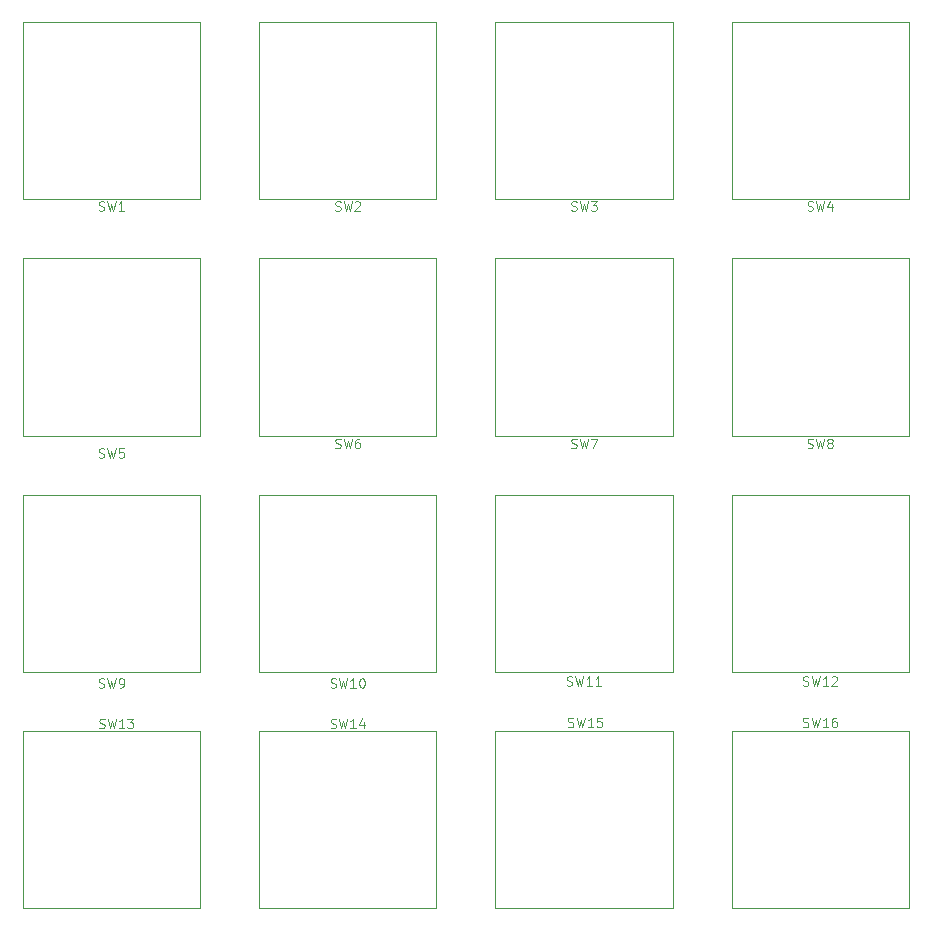
<source format=gbr>
%TF.GenerationSoftware,KiCad,Pcbnew,7.0.8-7.0.8~ubuntu22.04.1*%
%TF.CreationDate,2023-10-30T19:30:09-07:00*%
%TF.ProjectId,buttons,62757474-6f6e-4732-9e6b-696361645f70,rev?*%
%TF.SameCoordinates,Original*%
%TF.FileFunction,Legend,Top*%
%TF.FilePolarity,Positive*%
%FSLAX46Y46*%
G04 Gerber Fmt 4.6, Leading zero omitted, Abs format (unit mm)*
G04 Created by KiCad (PCBNEW 7.0.8-7.0.8~ubuntu22.04.1) date 2023-10-30 19:30:09*
%MOMM*%
%LPD*%
G01*
G04 APERTURE LIST*
%ADD10C,0.100000*%
%ADD11C,0.120000*%
G04 APERTURE END LIST*
D10*
X118933332Y-118792800D02*
X119047618Y-118830895D01*
X119047618Y-118830895D02*
X119238094Y-118830895D01*
X119238094Y-118830895D02*
X119314285Y-118792800D01*
X119314285Y-118792800D02*
X119352380Y-118754704D01*
X119352380Y-118754704D02*
X119390475Y-118678514D01*
X119390475Y-118678514D02*
X119390475Y-118602323D01*
X119390475Y-118602323D02*
X119352380Y-118526133D01*
X119352380Y-118526133D02*
X119314285Y-118488038D01*
X119314285Y-118488038D02*
X119238094Y-118449942D01*
X119238094Y-118449942D02*
X119085713Y-118411847D01*
X119085713Y-118411847D02*
X119009523Y-118373752D01*
X119009523Y-118373752D02*
X118971428Y-118335657D01*
X118971428Y-118335657D02*
X118933332Y-118259466D01*
X118933332Y-118259466D02*
X118933332Y-118183276D01*
X118933332Y-118183276D02*
X118971428Y-118107085D01*
X118971428Y-118107085D02*
X119009523Y-118068990D01*
X119009523Y-118068990D02*
X119085713Y-118030895D01*
X119085713Y-118030895D02*
X119276190Y-118030895D01*
X119276190Y-118030895D02*
X119390475Y-118068990D01*
X119657142Y-118030895D02*
X119847618Y-118830895D01*
X119847618Y-118830895D02*
X119999999Y-118259466D01*
X119999999Y-118259466D02*
X120152380Y-118830895D01*
X120152380Y-118830895D02*
X120342857Y-118030895D01*
X120685714Y-118830895D02*
X120838095Y-118830895D01*
X120838095Y-118830895D02*
X120914285Y-118792800D01*
X120914285Y-118792800D02*
X120952381Y-118754704D01*
X120952381Y-118754704D02*
X121028571Y-118640419D01*
X121028571Y-118640419D02*
X121066666Y-118488038D01*
X121066666Y-118488038D02*
X121066666Y-118183276D01*
X121066666Y-118183276D02*
X121028571Y-118107085D01*
X121028571Y-118107085D02*
X120990476Y-118068990D01*
X120990476Y-118068990D02*
X120914285Y-118030895D01*
X120914285Y-118030895D02*
X120761904Y-118030895D01*
X120761904Y-118030895D02*
X120685714Y-118068990D01*
X120685714Y-118068990D02*
X120647619Y-118107085D01*
X120647619Y-118107085D02*
X120609523Y-118183276D01*
X120609523Y-118183276D02*
X120609523Y-118373752D01*
X120609523Y-118373752D02*
X120647619Y-118449942D01*
X120647619Y-118449942D02*
X120685714Y-118488038D01*
X120685714Y-118488038D02*
X120761904Y-118526133D01*
X120761904Y-118526133D02*
X120914285Y-118526133D01*
X120914285Y-118526133D02*
X120990476Y-118488038D01*
X120990476Y-118488038D02*
X121028571Y-118449942D01*
X121028571Y-118449942D02*
X121066666Y-118373752D01*
X158652380Y-122126800D02*
X158766666Y-122164895D01*
X158766666Y-122164895D02*
X158957142Y-122164895D01*
X158957142Y-122164895D02*
X159033333Y-122126800D01*
X159033333Y-122126800D02*
X159071428Y-122088704D01*
X159071428Y-122088704D02*
X159109523Y-122012514D01*
X159109523Y-122012514D02*
X159109523Y-121936323D01*
X159109523Y-121936323D02*
X159071428Y-121860133D01*
X159071428Y-121860133D02*
X159033333Y-121822038D01*
X159033333Y-121822038D02*
X158957142Y-121783942D01*
X158957142Y-121783942D02*
X158804761Y-121745847D01*
X158804761Y-121745847D02*
X158728571Y-121707752D01*
X158728571Y-121707752D02*
X158690476Y-121669657D01*
X158690476Y-121669657D02*
X158652380Y-121593466D01*
X158652380Y-121593466D02*
X158652380Y-121517276D01*
X158652380Y-121517276D02*
X158690476Y-121441085D01*
X158690476Y-121441085D02*
X158728571Y-121402990D01*
X158728571Y-121402990D02*
X158804761Y-121364895D01*
X158804761Y-121364895D02*
X158995238Y-121364895D01*
X158995238Y-121364895D02*
X159109523Y-121402990D01*
X159376190Y-121364895D02*
X159566666Y-122164895D01*
X159566666Y-122164895D02*
X159719047Y-121593466D01*
X159719047Y-121593466D02*
X159871428Y-122164895D01*
X159871428Y-122164895D02*
X160061905Y-121364895D01*
X160785714Y-122164895D02*
X160328571Y-122164895D01*
X160557143Y-122164895D02*
X160557143Y-121364895D01*
X160557143Y-121364895D02*
X160480952Y-121479180D01*
X160480952Y-121479180D02*
X160404762Y-121555371D01*
X160404762Y-121555371D02*
X160328571Y-121593466D01*
X161509524Y-121364895D02*
X161128572Y-121364895D01*
X161128572Y-121364895D02*
X161090476Y-121745847D01*
X161090476Y-121745847D02*
X161128572Y-121707752D01*
X161128572Y-121707752D02*
X161204762Y-121669657D01*
X161204762Y-121669657D02*
X161395238Y-121669657D01*
X161395238Y-121669657D02*
X161471429Y-121707752D01*
X161471429Y-121707752D02*
X161509524Y-121745847D01*
X161509524Y-121745847D02*
X161547619Y-121822038D01*
X161547619Y-121822038D02*
X161547619Y-122012514D01*
X161547619Y-122012514D02*
X161509524Y-122088704D01*
X161509524Y-122088704D02*
X161471429Y-122126800D01*
X161471429Y-122126800D02*
X161395238Y-122164895D01*
X161395238Y-122164895D02*
X161204762Y-122164895D01*
X161204762Y-122164895D02*
X161128572Y-122126800D01*
X161128572Y-122126800D02*
X161090476Y-122088704D01*
X138933332Y-98516800D02*
X139047618Y-98554895D01*
X139047618Y-98554895D02*
X139238094Y-98554895D01*
X139238094Y-98554895D02*
X139314285Y-98516800D01*
X139314285Y-98516800D02*
X139352380Y-98478704D01*
X139352380Y-98478704D02*
X139390475Y-98402514D01*
X139390475Y-98402514D02*
X139390475Y-98326323D01*
X139390475Y-98326323D02*
X139352380Y-98250133D01*
X139352380Y-98250133D02*
X139314285Y-98212038D01*
X139314285Y-98212038D02*
X139238094Y-98173942D01*
X139238094Y-98173942D02*
X139085713Y-98135847D01*
X139085713Y-98135847D02*
X139009523Y-98097752D01*
X139009523Y-98097752D02*
X138971428Y-98059657D01*
X138971428Y-98059657D02*
X138933332Y-97983466D01*
X138933332Y-97983466D02*
X138933332Y-97907276D01*
X138933332Y-97907276D02*
X138971428Y-97831085D01*
X138971428Y-97831085D02*
X139009523Y-97792990D01*
X139009523Y-97792990D02*
X139085713Y-97754895D01*
X139085713Y-97754895D02*
X139276190Y-97754895D01*
X139276190Y-97754895D02*
X139390475Y-97792990D01*
X139657142Y-97754895D02*
X139847618Y-98554895D01*
X139847618Y-98554895D02*
X139999999Y-97983466D01*
X139999999Y-97983466D02*
X140152380Y-98554895D01*
X140152380Y-98554895D02*
X140342857Y-97754895D01*
X140990476Y-97754895D02*
X140838095Y-97754895D01*
X140838095Y-97754895D02*
X140761904Y-97792990D01*
X140761904Y-97792990D02*
X140723809Y-97831085D01*
X140723809Y-97831085D02*
X140647619Y-97945371D01*
X140647619Y-97945371D02*
X140609523Y-98097752D01*
X140609523Y-98097752D02*
X140609523Y-98402514D01*
X140609523Y-98402514D02*
X140647619Y-98478704D01*
X140647619Y-98478704D02*
X140685714Y-98516800D01*
X140685714Y-98516800D02*
X140761904Y-98554895D01*
X140761904Y-98554895D02*
X140914285Y-98554895D01*
X140914285Y-98554895D02*
X140990476Y-98516800D01*
X140990476Y-98516800D02*
X141028571Y-98478704D01*
X141028571Y-98478704D02*
X141066666Y-98402514D01*
X141066666Y-98402514D02*
X141066666Y-98212038D01*
X141066666Y-98212038D02*
X141028571Y-98135847D01*
X141028571Y-98135847D02*
X140990476Y-98097752D01*
X140990476Y-98097752D02*
X140914285Y-98059657D01*
X140914285Y-98059657D02*
X140761904Y-98059657D01*
X140761904Y-98059657D02*
X140685714Y-98097752D01*
X140685714Y-98097752D02*
X140647619Y-98135847D01*
X140647619Y-98135847D02*
X140609523Y-98212038D01*
X118933332Y-99326800D02*
X119047618Y-99364895D01*
X119047618Y-99364895D02*
X119238094Y-99364895D01*
X119238094Y-99364895D02*
X119314285Y-99326800D01*
X119314285Y-99326800D02*
X119352380Y-99288704D01*
X119352380Y-99288704D02*
X119390475Y-99212514D01*
X119390475Y-99212514D02*
X119390475Y-99136323D01*
X119390475Y-99136323D02*
X119352380Y-99060133D01*
X119352380Y-99060133D02*
X119314285Y-99022038D01*
X119314285Y-99022038D02*
X119238094Y-98983942D01*
X119238094Y-98983942D02*
X119085713Y-98945847D01*
X119085713Y-98945847D02*
X119009523Y-98907752D01*
X119009523Y-98907752D02*
X118971428Y-98869657D01*
X118971428Y-98869657D02*
X118933332Y-98793466D01*
X118933332Y-98793466D02*
X118933332Y-98717276D01*
X118933332Y-98717276D02*
X118971428Y-98641085D01*
X118971428Y-98641085D02*
X119009523Y-98602990D01*
X119009523Y-98602990D02*
X119085713Y-98564895D01*
X119085713Y-98564895D02*
X119276190Y-98564895D01*
X119276190Y-98564895D02*
X119390475Y-98602990D01*
X119657142Y-98564895D02*
X119847618Y-99364895D01*
X119847618Y-99364895D02*
X119999999Y-98793466D01*
X119999999Y-98793466D02*
X120152380Y-99364895D01*
X120152380Y-99364895D02*
X120342857Y-98564895D01*
X121028571Y-98564895D02*
X120647619Y-98564895D01*
X120647619Y-98564895D02*
X120609523Y-98945847D01*
X120609523Y-98945847D02*
X120647619Y-98907752D01*
X120647619Y-98907752D02*
X120723809Y-98869657D01*
X120723809Y-98869657D02*
X120914285Y-98869657D01*
X120914285Y-98869657D02*
X120990476Y-98907752D01*
X120990476Y-98907752D02*
X121028571Y-98945847D01*
X121028571Y-98945847D02*
X121066666Y-99022038D01*
X121066666Y-99022038D02*
X121066666Y-99212514D01*
X121066666Y-99212514D02*
X121028571Y-99288704D01*
X121028571Y-99288704D02*
X120990476Y-99326800D01*
X120990476Y-99326800D02*
X120914285Y-99364895D01*
X120914285Y-99364895D02*
X120723809Y-99364895D01*
X120723809Y-99364895D02*
X120647619Y-99326800D01*
X120647619Y-99326800D02*
X120609523Y-99288704D01*
X118933332Y-78408800D02*
X119047618Y-78446895D01*
X119047618Y-78446895D02*
X119238094Y-78446895D01*
X119238094Y-78446895D02*
X119314285Y-78408800D01*
X119314285Y-78408800D02*
X119352380Y-78370704D01*
X119352380Y-78370704D02*
X119390475Y-78294514D01*
X119390475Y-78294514D02*
X119390475Y-78218323D01*
X119390475Y-78218323D02*
X119352380Y-78142133D01*
X119352380Y-78142133D02*
X119314285Y-78104038D01*
X119314285Y-78104038D02*
X119238094Y-78065942D01*
X119238094Y-78065942D02*
X119085713Y-78027847D01*
X119085713Y-78027847D02*
X119009523Y-77989752D01*
X119009523Y-77989752D02*
X118971428Y-77951657D01*
X118971428Y-77951657D02*
X118933332Y-77875466D01*
X118933332Y-77875466D02*
X118933332Y-77799276D01*
X118933332Y-77799276D02*
X118971428Y-77723085D01*
X118971428Y-77723085D02*
X119009523Y-77684990D01*
X119009523Y-77684990D02*
X119085713Y-77646895D01*
X119085713Y-77646895D02*
X119276190Y-77646895D01*
X119276190Y-77646895D02*
X119390475Y-77684990D01*
X119657142Y-77646895D02*
X119847618Y-78446895D01*
X119847618Y-78446895D02*
X119999999Y-77875466D01*
X119999999Y-77875466D02*
X120152380Y-78446895D01*
X120152380Y-78446895D02*
X120342857Y-77646895D01*
X121066666Y-78446895D02*
X120609523Y-78446895D01*
X120838095Y-78446895D02*
X120838095Y-77646895D01*
X120838095Y-77646895D02*
X120761904Y-77761180D01*
X120761904Y-77761180D02*
X120685714Y-77837371D01*
X120685714Y-77837371D02*
X120609523Y-77875466D01*
X158933332Y-98516800D02*
X159047618Y-98554895D01*
X159047618Y-98554895D02*
X159238094Y-98554895D01*
X159238094Y-98554895D02*
X159314285Y-98516800D01*
X159314285Y-98516800D02*
X159352380Y-98478704D01*
X159352380Y-98478704D02*
X159390475Y-98402514D01*
X159390475Y-98402514D02*
X159390475Y-98326323D01*
X159390475Y-98326323D02*
X159352380Y-98250133D01*
X159352380Y-98250133D02*
X159314285Y-98212038D01*
X159314285Y-98212038D02*
X159238094Y-98173942D01*
X159238094Y-98173942D02*
X159085713Y-98135847D01*
X159085713Y-98135847D02*
X159009523Y-98097752D01*
X159009523Y-98097752D02*
X158971428Y-98059657D01*
X158971428Y-98059657D02*
X158933332Y-97983466D01*
X158933332Y-97983466D02*
X158933332Y-97907276D01*
X158933332Y-97907276D02*
X158971428Y-97831085D01*
X158971428Y-97831085D02*
X159009523Y-97792990D01*
X159009523Y-97792990D02*
X159085713Y-97754895D01*
X159085713Y-97754895D02*
X159276190Y-97754895D01*
X159276190Y-97754895D02*
X159390475Y-97792990D01*
X159657142Y-97754895D02*
X159847618Y-98554895D01*
X159847618Y-98554895D02*
X159999999Y-97983466D01*
X159999999Y-97983466D02*
X160152380Y-98554895D01*
X160152380Y-98554895D02*
X160342857Y-97754895D01*
X160571428Y-97754895D02*
X161104762Y-97754895D01*
X161104762Y-97754895D02*
X160761904Y-98554895D01*
X138552380Y-122226800D02*
X138666666Y-122264895D01*
X138666666Y-122264895D02*
X138857142Y-122264895D01*
X138857142Y-122264895D02*
X138933333Y-122226800D01*
X138933333Y-122226800D02*
X138971428Y-122188704D01*
X138971428Y-122188704D02*
X139009523Y-122112514D01*
X139009523Y-122112514D02*
X139009523Y-122036323D01*
X139009523Y-122036323D02*
X138971428Y-121960133D01*
X138971428Y-121960133D02*
X138933333Y-121922038D01*
X138933333Y-121922038D02*
X138857142Y-121883942D01*
X138857142Y-121883942D02*
X138704761Y-121845847D01*
X138704761Y-121845847D02*
X138628571Y-121807752D01*
X138628571Y-121807752D02*
X138590476Y-121769657D01*
X138590476Y-121769657D02*
X138552380Y-121693466D01*
X138552380Y-121693466D02*
X138552380Y-121617276D01*
X138552380Y-121617276D02*
X138590476Y-121541085D01*
X138590476Y-121541085D02*
X138628571Y-121502990D01*
X138628571Y-121502990D02*
X138704761Y-121464895D01*
X138704761Y-121464895D02*
X138895238Y-121464895D01*
X138895238Y-121464895D02*
X139009523Y-121502990D01*
X139276190Y-121464895D02*
X139466666Y-122264895D01*
X139466666Y-122264895D02*
X139619047Y-121693466D01*
X139619047Y-121693466D02*
X139771428Y-122264895D01*
X139771428Y-122264895D02*
X139961905Y-121464895D01*
X140685714Y-122264895D02*
X140228571Y-122264895D01*
X140457143Y-122264895D02*
X140457143Y-121464895D01*
X140457143Y-121464895D02*
X140380952Y-121579180D01*
X140380952Y-121579180D02*
X140304762Y-121655371D01*
X140304762Y-121655371D02*
X140228571Y-121693466D01*
X141371429Y-121731561D02*
X141371429Y-122264895D01*
X141180953Y-121426800D02*
X140990476Y-121998228D01*
X140990476Y-121998228D02*
X141485715Y-121998228D01*
X178552380Y-118624800D02*
X178666666Y-118662895D01*
X178666666Y-118662895D02*
X178857142Y-118662895D01*
X178857142Y-118662895D02*
X178933333Y-118624800D01*
X178933333Y-118624800D02*
X178971428Y-118586704D01*
X178971428Y-118586704D02*
X179009523Y-118510514D01*
X179009523Y-118510514D02*
X179009523Y-118434323D01*
X179009523Y-118434323D02*
X178971428Y-118358133D01*
X178971428Y-118358133D02*
X178933333Y-118320038D01*
X178933333Y-118320038D02*
X178857142Y-118281942D01*
X178857142Y-118281942D02*
X178704761Y-118243847D01*
X178704761Y-118243847D02*
X178628571Y-118205752D01*
X178628571Y-118205752D02*
X178590476Y-118167657D01*
X178590476Y-118167657D02*
X178552380Y-118091466D01*
X178552380Y-118091466D02*
X178552380Y-118015276D01*
X178552380Y-118015276D02*
X178590476Y-117939085D01*
X178590476Y-117939085D02*
X178628571Y-117900990D01*
X178628571Y-117900990D02*
X178704761Y-117862895D01*
X178704761Y-117862895D02*
X178895238Y-117862895D01*
X178895238Y-117862895D02*
X179009523Y-117900990D01*
X179276190Y-117862895D02*
X179466666Y-118662895D01*
X179466666Y-118662895D02*
X179619047Y-118091466D01*
X179619047Y-118091466D02*
X179771428Y-118662895D01*
X179771428Y-118662895D02*
X179961905Y-117862895D01*
X180685714Y-118662895D02*
X180228571Y-118662895D01*
X180457143Y-118662895D02*
X180457143Y-117862895D01*
X180457143Y-117862895D02*
X180380952Y-117977180D01*
X180380952Y-117977180D02*
X180304762Y-118053371D01*
X180304762Y-118053371D02*
X180228571Y-118091466D01*
X180990476Y-117939085D02*
X181028572Y-117900990D01*
X181028572Y-117900990D02*
X181104762Y-117862895D01*
X181104762Y-117862895D02*
X181295238Y-117862895D01*
X181295238Y-117862895D02*
X181371429Y-117900990D01*
X181371429Y-117900990D02*
X181409524Y-117939085D01*
X181409524Y-117939085D02*
X181447619Y-118015276D01*
X181447619Y-118015276D02*
X181447619Y-118091466D01*
X181447619Y-118091466D02*
X181409524Y-118205752D01*
X181409524Y-118205752D02*
X180952381Y-118662895D01*
X180952381Y-118662895D02*
X181447619Y-118662895D01*
X178933332Y-98516800D02*
X179047618Y-98554895D01*
X179047618Y-98554895D02*
X179238094Y-98554895D01*
X179238094Y-98554895D02*
X179314285Y-98516800D01*
X179314285Y-98516800D02*
X179352380Y-98478704D01*
X179352380Y-98478704D02*
X179390475Y-98402514D01*
X179390475Y-98402514D02*
X179390475Y-98326323D01*
X179390475Y-98326323D02*
X179352380Y-98250133D01*
X179352380Y-98250133D02*
X179314285Y-98212038D01*
X179314285Y-98212038D02*
X179238094Y-98173942D01*
X179238094Y-98173942D02*
X179085713Y-98135847D01*
X179085713Y-98135847D02*
X179009523Y-98097752D01*
X179009523Y-98097752D02*
X178971428Y-98059657D01*
X178971428Y-98059657D02*
X178933332Y-97983466D01*
X178933332Y-97983466D02*
X178933332Y-97907276D01*
X178933332Y-97907276D02*
X178971428Y-97831085D01*
X178971428Y-97831085D02*
X179009523Y-97792990D01*
X179009523Y-97792990D02*
X179085713Y-97754895D01*
X179085713Y-97754895D02*
X179276190Y-97754895D01*
X179276190Y-97754895D02*
X179390475Y-97792990D01*
X179657142Y-97754895D02*
X179847618Y-98554895D01*
X179847618Y-98554895D02*
X179999999Y-97983466D01*
X179999999Y-97983466D02*
X180152380Y-98554895D01*
X180152380Y-98554895D02*
X180342857Y-97754895D01*
X180761904Y-98097752D02*
X180685714Y-98059657D01*
X180685714Y-98059657D02*
X180647619Y-98021561D01*
X180647619Y-98021561D02*
X180609523Y-97945371D01*
X180609523Y-97945371D02*
X180609523Y-97907276D01*
X180609523Y-97907276D02*
X180647619Y-97831085D01*
X180647619Y-97831085D02*
X180685714Y-97792990D01*
X180685714Y-97792990D02*
X180761904Y-97754895D01*
X180761904Y-97754895D02*
X180914285Y-97754895D01*
X180914285Y-97754895D02*
X180990476Y-97792990D01*
X180990476Y-97792990D02*
X181028571Y-97831085D01*
X181028571Y-97831085D02*
X181066666Y-97907276D01*
X181066666Y-97907276D02*
X181066666Y-97945371D01*
X181066666Y-97945371D02*
X181028571Y-98021561D01*
X181028571Y-98021561D02*
X180990476Y-98059657D01*
X180990476Y-98059657D02*
X180914285Y-98097752D01*
X180914285Y-98097752D02*
X180761904Y-98097752D01*
X180761904Y-98097752D02*
X180685714Y-98135847D01*
X180685714Y-98135847D02*
X180647619Y-98173942D01*
X180647619Y-98173942D02*
X180609523Y-98250133D01*
X180609523Y-98250133D02*
X180609523Y-98402514D01*
X180609523Y-98402514D02*
X180647619Y-98478704D01*
X180647619Y-98478704D02*
X180685714Y-98516800D01*
X180685714Y-98516800D02*
X180761904Y-98554895D01*
X180761904Y-98554895D02*
X180914285Y-98554895D01*
X180914285Y-98554895D02*
X180990476Y-98516800D01*
X180990476Y-98516800D02*
X181028571Y-98478704D01*
X181028571Y-98478704D02*
X181066666Y-98402514D01*
X181066666Y-98402514D02*
X181066666Y-98250133D01*
X181066666Y-98250133D02*
X181028571Y-98173942D01*
X181028571Y-98173942D02*
X180990476Y-98135847D01*
X180990476Y-98135847D02*
X180914285Y-98097752D01*
X158552380Y-118624800D02*
X158666666Y-118662895D01*
X158666666Y-118662895D02*
X158857142Y-118662895D01*
X158857142Y-118662895D02*
X158933333Y-118624800D01*
X158933333Y-118624800D02*
X158971428Y-118586704D01*
X158971428Y-118586704D02*
X159009523Y-118510514D01*
X159009523Y-118510514D02*
X159009523Y-118434323D01*
X159009523Y-118434323D02*
X158971428Y-118358133D01*
X158971428Y-118358133D02*
X158933333Y-118320038D01*
X158933333Y-118320038D02*
X158857142Y-118281942D01*
X158857142Y-118281942D02*
X158704761Y-118243847D01*
X158704761Y-118243847D02*
X158628571Y-118205752D01*
X158628571Y-118205752D02*
X158590476Y-118167657D01*
X158590476Y-118167657D02*
X158552380Y-118091466D01*
X158552380Y-118091466D02*
X158552380Y-118015276D01*
X158552380Y-118015276D02*
X158590476Y-117939085D01*
X158590476Y-117939085D02*
X158628571Y-117900990D01*
X158628571Y-117900990D02*
X158704761Y-117862895D01*
X158704761Y-117862895D02*
X158895238Y-117862895D01*
X158895238Y-117862895D02*
X159009523Y-117900990D01*
X159276190Y-117862895D02*
X159466666Y-118662895D01*
X159466666Y-118662895D02*
X159619047Y-118091466D01*
X159619047Y-118091466D02*
X159771428Y-118662895D01*
X159771428Y-118662895D02*
X159961905Y-117862895D01*
X160685714Y-118662895D02*
X160228571Y-118662895D01*
X160457143Y-118662895D02*
X160457143Y-117862895D01*
X160457143Y-117862895D02*
X160380952Y-117977180D01*
X160380952Y-117977180D02*
X160304762Y-118053371D01*
X160304762Y-118053371D02*
X160228571Y-118091466D01*
X161447619Y-118662895D02*
X160990476Y-118662895D01*
X161219048Y-118662895D02*
X161219048Y-117862895D01*
X161219048Y-117862895D02*
X161142857Y-117977180D01*
X161142857Y-117977180D02*
X161066667Y-118053371D01*
X161066667Y-118053371D02*
X160990476Y-118091466D01*
X178552380Y-122126800D02*
X178666666Y-122164895D01*
X178666666Y-122164895D02*
X178857142Y-122164895D01*
X178857142Y-122164895D02*
X178933333Y-122126800D01*
X178933333Y-122126800D02*
X178971428Y-122088704D01*
X178971428Y-122088704D02*
X179009523Y-122012514D01*
X179009523Y-122012514D02*
X179009523Y-121936323D01*
X179009523Y-121936323D02*
X178971428Y-121860133D01*
X178971428Y-121860133D02*
X178933333Y-121822038D01*
X178933333Y-121822038D02*
X178857142Y-121783942D01*
X178857142Y-121783942D02*
X178704761Y-121745847D01*
X178704761Y-121745847D02*
X178628571Y-121707752D01*
X178628571Y-121707752D02*
X178590476Y-121669657D01*
X178590476Y-121669657D02*
X178552380Y-121593466D01*
X178552380Y-121593466D02*
X178552380Y-121517276D01*
X178552380Y-121517276D02*
X178590476Y-121441085D01*
X178590476Y-121441085D02*
X178628571Y-121402990D01*
X178628571Y-121402990D02*
X178704761Y-121364895D01*
X178704761Y-121364895D02*
X178895238Y-121364895D01*
X178895238Y-121364895D02*
X179009523Y-121402990D01*
X179276190Y-121364895D02*
X179466666Y-122164895D01*
X179466666Y-122164895D02*
X179619047Y-121593466D01*
X179619047Y-121593466D02*
X179771428Y-122164895D01*
X179771428Y-122164895D02*
X179961905Y-121364895D01*
X180685714Y-122164895D02*
X180228571Y-122164895D01*
X180457143Y-122164895D02*
X180457143Y-121364895D01*
X180457143Y-121364895D02*
X180380952Y-121479180D01*
X180380952Y-121479180D02*
X180304762Y-121555371D01*
X180304762Y-121555371D02*
X180228571Y-121593466D01*
X181371429Y-121364895D02*
X181219048Y-121364895D01*
X181219048Y-121364895D02*
X181142857Y-121402990D01*
X181142857Y-121402990D02*
X181104762Y-121441085D01*
X181104762Y-121441085D02*
X181028572Y-121555371D01*
X181028572Y-121555371D02*
X180990476Y-121707752D01*
X180990476Y-121707752D02*
X180990476Y-122012514D01*
X180990476Y-122012514D02*
X181028572Y-122088704D01*
X181028572Y-122088704D02*
X181066667Y-122126800D01*
X181066667Y-122126800D02*
X181142857Y-122164895D01*
X181142857Y-122164895D02*
X181295238Y-122164895D01*
X181295238Y-122164895D02*
X181371429Y-122126800D01*
X181371429Y-122126800D02*
X181409524Y-122088704D01*
X181409524Y-122088704D02*
X181447619Y-122012514D01*
X181447619Y-122012514D02*
X181447619Y-121822038D01*
X181447619Y-121822038D02*
X181409524Y-121745847D01*
X181409524Y-121745847D02*
X181371429Y-121707752D01*
X181371429Y-121707752D02*
X181295238Y-121669657D01*
X181295238Y-121669657D02*
X181142857Y-121669657D01*
X181142857Y-121669657D02*
X181066667Y-121707752D01*
X181066667Y-121707752D02*
X181028572Y-121745847D01*
X181028572Y-121745847D02*
X180990476Y-121822038D01*
X178933332Y-78408800D02*
X179047618Y-78446895D01*
X179047618Y-78446895D02*
X179238094Y-78446895D01*
X179238094Y-78446895D02*
X179314285Y-78408800D01*
X179314285Y-78408800D02*
X179352380Y-78370704D01*
X179352380Y-78370704D02*
X179390475Y-78294514D01*
X179390475Y-78294514D02*
X179390475Y-78218323D01*
X179390475Y-78218323D02*
X179352380Y-78142133D01*
X179352380Y-78142133D02*
X179314285Y-78104038D01*
X179314285Y-78104038D02*
X179238094Y-78065942D01*
X179238094Y-78065942D02*
X179085713Y-78027847D01*
X179085713Y-78027847D02*
X179009523Y-77989752D01*
X179009523Y-77989752D02*
X178971428Y-77951657D01*
X178971428Y-77951657D02*
X178933332Y-77875466D01*
X178933332Y-77875466D02*
X178933332Y-77799276D01*
X178933332Y-77799276D02*
X178971428Y-77723085D01*
X178971428Y-77723085D02*
X179009523Y-77684990D01*
X179009523Y-77684990D02*
X179085713Y-77646895D01*
X179085713Y-77646895D02*
X179276190Y-77646895D01*
X179276190Y-77646895D02*
X179390475Y-77684990D01*
X179657142Y-77646895D02*
X179847618Y-78446895D01*
X179847618Y-78446895D02*
X179999999Y-77875466D01*
X179999999Y-77875466D02*
X180152380Y-78446895D01*
X180152380Y-78446895D02*
X180342857Y-77646895D01*
X180990476Y-77913561D02*
X180990476Y-78446895D01*
X180800000Y-77608800D02*
X180609523Y-78180228D01*
X180609523Y-78180228D02*
X181104762Y-78180228D01*
X138552380Y-118792800D02*
X138666666Y-118830895D01*
X138666666Y-118830895D02*
X138857142Y-118830895D01*
X138857142Y-118830895D02*
X138933333Y-118792800D01*
X138933333Y-118792800D02*
X138971428Y-118754704D01*
X138971428Y-118754704D02*
X139009523Y-118678514D01*
X139009523Y-118678514D02*
X139009523Y-118602323D01*
X139009523Y-118602323D02*
X138971428Y-118526133D01*
X138971428Y-118526133D02*
X138933333Y-118488038D01*
X138933333Y-118488038D02*
X138857142Y-118449942D01*
X138857142Y-118449942D02*
X138704761Y-118411847D01*
X138704761Y-118411847D02*
X138628571Y-118373752D01*
X138628571Y-118373752D02*
X138590476Y-118335657D01*
X138590476Y-118335657D02*
X138552380Y-118259466D01*
X138552380Y-118259466D02*
X138552380Y-118183276D01*
X138552380Y-118183276D02*
X138590476Y-118107085D01*
X138590476Y-118107085D02*
X138628571Y-118068990D01*
X138628571Y-118068990D02*
X138704761Y-118030895D01*
X138704761Y-118030895D02*
X138895238Y-118030895D01*
X138895238Y-118030895D02*
X139009523Y-118068990D01*
X139276190Y-118030895D02*
X139466666Y-118830895D01*
X139466666Y-118830895D02*
X139619047Y-118259466D01*
X139619047Y-118259466D02*
X139771428Y-118830895D01*
X139771428Y-118830895D02*
X139961905Y-118030895D01*
X140685714Y-118830895D02*
X140228571Y-118830895D01*
X140457143Y-118830895D02*
X140457143Y-118030895D01*
X140457143Y-118030895D02*
X140380952Y-118145180D01*
X140380952Y-118145180D02*
X140304762Y-118221371D01*
X140304762Y-118221371D02*
X140228571Y-118259466D01*
X141180953Y-118030895D02*
X141257143Y-118030895D01*
X141257143Y-118030895D02*
X141333334Y-118068990D01*
X141333334Y-118068990D02*
X141371429Y-118107085D01*
X141371429Y-118107085D02*
X141409524Y-118183276D01*
X141409524Y-118183276D02*
X141447619Y-118335657D01*
X141447619Y-118335657D02*
X141447619Y-118526133D01*
X141447619Y-118526133D02*
X141409524Y-118678514D01*
X141409524Y-118678514D02*
X141371429Y-118754704D01*
X141371429Y-118754704D02*
X141333334Y-118792800D01*
X141333334Y-118792800D02*
X141257143Y-118830895D01*
X141257143Y-118830895D02*
X141180953Y-118830895D01*
X141180953Y-118830895D02*
X141104762Y-118792800D01*
X141104762Y-118792800D02*
X141066667Y-118754704D01*
X141066667Y-118754704D02*
X141028572Y-118678514D01*
X141028572Y-118678514D02*
X140990476Y-118526133D01*
X140990476Y-118526133D02*
X140990476Y-118335657D01*
X140990476Y-118335657D02*
X141028572Y-118183276D01*
X141028572Y-118183276D02*
X141066667Y-118107085D01*
X141066667Y-118107085D02*
X141104762Y-118068990D01*
X141104762Y-118068990D02*
X141180953Y-118030895D01*
X158933332Y-78408800D02*
X159047618Y-78446895D01*
X159047618Y-78446895D02*
X159238094Y-78446895D01*
X159238094Y-78446895D02*
X159314285Y-78408800D01*
X159314285Y-78408800D02*
X159352380Y-78370704D01*
X159352380Y-78370704D02*
X159390475Y-78294514D01*
X159390475Y-78294514D02*
X159390475Y-78218323D01*
X159390475Y-78218323D02*
X159352380Y-78142133D01*
X159352380Y-78142133D02*
X159314285Y-78104038D01*
X159314285Y-78104038D02*
X159238094Y-78065942D01*
X159238094Y-78065942D02*
X159085713Y-78027847D01*
X159085713Y-78027847D02*
X159009523Y-77989752D01*
X159009523Y-77989752D02*
X158971428Y-77951657D01*
X158971428Y-77951657D02*
X158933332Y-77875466D01*
X158933332Y-77875466D02*
X158933332Y-77799276D01*
X158933332Y-77799276D02*
X158971428Y-77723085D01*
X158971428Y-77723085D02*
X159009523Y-77684990D01*
X159009523Y-77684990D02*
X159085713Y-77646895D01*
X159085713Y-77646895D02*
X159276190Y-77646895D01*
X159276190Y-77646895D02*
X159390475Y-77684990D01*
X159657142Y-77646895D02*
X159847618Y-78446895D01*
X159847618Y-78446895D02*
X159999999Y-77875466D01*
X159999999Y-77875466D02*
X160152380Y-78446895D01*
X160152380Y-78446895D02*
X160342857Y-77646895D01*
X160571428Y-77646895D02*
X161066666Y-77646895D01*
X161066666Y-77646895D02*
X160800000Y-77951657D01*
X160800000Y-77951657D02*
X160914285Y-77951657D01*
X160914285Y-77951657D02*
X160990476Y-77989752D01*
X160990476Y-77989752D02*
X161028571Y-78027847D01*
X161028571Y-78027847D02*
X161066666Y-78104038D01*
X161066666Y-78104038D02*
X161066666Y-78294514D01*
X161066666Y-78294514D02*
X161028571Y-78370704D01*
X161028571Y-78370704D02*
X160990476Y-78408800D01*
X160990476Y-78408800D02*
X160914285Y-78446895D01*
X160914285Y-78446895D02*
X160685714Y-78446895D01*
X160685714Y-78446895D02*
X160609523Y-78408800D01*
X160609523Y-78408800D02*
X160571428Y-78370704D01*
X138933332Y-78408800D02*
X139047618Y-78446895D01*
X139047618Y-78446895D02*
X139238094Y-78446895D01*
X139238094Y-78446895D02*
X139314285Y-78408800D01*
X139314285Y-78408800D02*
X139352380Y-78370704D01*
X139352380Y-78370704D02*
X139390475Y-78294514D01*
X139390475Y-78294514D02*
X139390475Y-78218323D01*
X139390475Y-78218323D02*
X139352380Y-78142133D01*
X139352380Y-78142133D02*
X139314285Y-78104038D01*
X139314285Y-78104038D02*
X139238094Y-78065942D01*
X139238094Y-78065942D02*
X139085713Y-78027847D01*
X139085713Y-78027847D02*
X139009523Y-77989752D01*
X139009523Y-77989752D02*
X138971428Y-77951657D01*
X138971428Y-77951657D02*
X138933332Y-77875466D01*
X138933332Y-77875466D02*
X138933332Y-77799276D01*
X138933332Y-77799276D02*
X138971428Y-77723085D01*
X138971428Y-77723085D02*
X139009523Y-77684990D01*
X139009523Y-77684990D02*
X139085713Y-77646895D01*
X139085713Y-77646895D02*
X139276190Y-77646895D01*
X139276190Y-77646895D02*
X139390475Y-77684990D01*
X139657142Y-77646895D02*
X139847618Y-78446895D01*
X139847618Y-78446895D02*
X139999999Y-77875466D01*
X139999999Y-77875466D02*
X140152380Y-78446895D01*
X140152380Y-78446895D02*
X140342857Y-77646895D01*
X140609523Y-77723085D02*
X140647619Y-77684990D01*
X140647619Y-77684990D02*
X140723809Y-77646895D01*
X140723809Y-77646895D02*
X140914285Y-77646895D01*
X140914285Y-77646895D02*
X140990476Y-77684990D01*
X140990476Y-77684990D02*
X141028571Y-77723085D01*
X141028571Y-77723085D02*
X141066666Y-77799276D01*
X141066666Y-77799276D02*
X141066666Y-77875466D01*
X141066666Y-77875466D02*
X141028571Y-77989752D01*
X141028571Y-77989752D02*
X140571428Y-78446895D01*
X140571428Y-78446895D02*
X141066666Y-78446895D01*
X118952380Y-122226800D02*
X119066666Y-122264895D01*
X119066666Y-122264895D02*
X119257142Y-122264895D01*
X119257142Y-122264895D02*
X119333333Y-122226800D01*
X119333333Y-122226800D02*
X119371428Y-122188704D01*
X119371428Y-122188704D02*
X119409523Y-122112514D01*
X119409523Y-122112514D02*
X119409523Y-122036323D01*
X119409523Y-122036323D02*
X119371428Y-121960133D01*
X119371428Y-121960133D02*
X119333333Y-121922038D01*
X119333333Y-121922038D02*
X119257142Y-121883942D01*
X119257142Y-121883942D02*
X119104761Y-121845847D01*
X119104761Y-121845847D02*
X119028571Y-121807752D01*
X119028571Y-121807752D02*
X118990476Y-121769657D01*
X118990476Y-121769657D02*
X118952380Y-121693466D01*
X118952380Y-121693466D02*
X118952380Y-121617276D01*
X118952380Y-121617276D02*
X118990476Y-121541085D01*
X118990476Y-121541085D02*
X119028571Y-121502990D01*
X119028571Y-121502990D02*
X119104761Y-121464895D01*
X119104761Y-121464895D02*
X119295238Y-121464895D01*
X119295238Y-121464895D02*
X119409523Y-121502990D01*
X119676190Y-121464895D02*
X119866666Y-122264895D01*
X119866666Y-122264895D02*
X120019047Y-121693466D01*
X120019047Y-121693466D02*
X120171428Y-122264895D01*
X120171428Y-122264895D02*
X120361905Y-121464895D01*
X121085714Y-122264895D02*
X120628571Y-122264895D01*
X120857143Y-122264895D02*
X120857143Y-121464895D01*
X120857143Y-121464895D02*
X120780952Y-121579180D01*
X120780952Y-121579180D02*
X120704762Y-121655371D01*
X120704762Y-121655371D02*
X120628571Y-121693466D01*
X121352381Y-121464895D02*
X121847619Y-121464895D01*
X121847619Y-121464895D02*
X121580953Y-121769657D01*
X121580953Y-121769657D02*
X121695238Y-121769657D01*
X121695238Y-121769657D02*
X121771429Y-121807752D01*
X121771429Y-121807752D02*
X121809524Y-121845847D01*
X121809524Y-121845847D02*
X121847619Y-121922038D01*
X121847619Y-121922038D02*
X121847619Y-122112514D01*
X121847619Y-122112514D02*
X121809524Y-122188704D01*
X121809524Y-122188704D02*
X121771429Y-122226800D01*
X121771429Y-122226800D02*
X121695238Y-122264895D01*
X121695238Y-122264895D02*
X121466667Y-122264895D01*
X121466667Y-122264895D02*
X121390476Y-122226800D01*
X121390476Y-122226800D02*
X121352381Y-122188704D01*
D11*
%TO.C,SW9*%
X127500000Y-117500000D02*
X112500000Y-117500000D01*
X127500000Y-102500000D02*
X127500000Y-117500000D01*
X112500000Y-117500000D02*
X112500000Y-102500000D01*
X112500000Y-102500000D02*
X127500000Y-102500000D01*
%TO.C,SW15*%
X167500000Y-137500000D02*
X152500000Y-137500000D01*
X167500000Y-122500000D02*
X167500000Y-137500000D01*
X152500000Y-137500000D02*
X152500000Y-122500000D01*
X152500000Y-122500000D02*
X167500000Y-122500000D01*
%TO.C,SW6*%
X147500000Y-97500000D02*
X132500000Y-97500000D01*
X147500000Y-82500000D02*
X147500000Y-97500000D01*
X132500000Y-97500000D02*
X132500000Y-82500000D01*
X132500000Y-82500000D02*
X147500000Y-82500000D01*
%TO.C,SW5*%
X127500000Y-97500000D02*
X112500000Y-97500000D01*
X127500000Y-82500000D02*
X127500000Y-97500000D01*
X112500000Y-97500000D02*
X112500000Y-82500000D01*
X112500000Y-82500000D02*
X127500000Y-82500000D01*
%TO.C,SW1*%
X127500000Y-77500000D02*
X112500000Y-77500000D01*
X127500000Y-62500000D02*
X127500000Y-77500000D01*
X112500000Y-77500000D02*
X112500000Y-62500000D01*
X112500000Y-62500000D02*
X127500000Y-62500000D01*
%TO.C,SW7*%
X167500000Y-97500000D02*
X152500000Y-97500000D01*
X167500000Y-82500000D02*
X167500000Y-97500000D01*
X152500000Y-97500000D02*
X152500000Y-82500000D01*
X152500000Y-82500000D02*
X167500000Y-82500000D01*
%TO.C,SW14*%
X147500000Y-137500000D02*
X132500000Y-137500000D01*
X147500000Y-122500000D02*
X147500000Y-137500000D01*
X132500000Y-137500000D02*
X132500000Y-122500000D01*
X132500000Y-122500000D02*
X147500000Y-122500000D01*
%TO.C,SW12*%
X187500000Y-117500000D02*
X172500000Y-117500000D01*
X187500000Y-102500000D02*
X187500000Y-117500000D01*
X172500000Y-117500000D02*
X172500000Y-102500000D01*
X172500000Y-102500000D02*
X187500000Y-102500000D01*
%TO.C,SW8*%
X187500000Y-97500000D02*
X172500000Y-97500000D01*
X187500000Y-82500000D02*
X187500000Y-97500000D01*
X172500000Y-97500000D02*
X172500000Y-82500000D01*
X172500000Y-82500000D02*
X187500000Y-82500000D01*
%TO.C,SW11*%
X167500000Y-117500000D02*
X152500000Y-117500000D01*
X167500000Y-102500000D02*
X167500000Y-117500000D01*
X152500000Y-117500000D02*
X152500000Y-102500000D01*
X152500000Y-102500000D02*
X167500000Y-102500000D01*
%TO.C,SW16*%
X187500000Y-137500000D02*
X172500000Y-137500000D01*
X187500000Y-122500000D02*
X187500000Y-137500000D01*
X172500000Y-137500000D02*
X172500000Y-122500000D01*
X172500000Y-122500000D02*
X187500000Y-122500000D01*
%TO.C,SW4*%
X187500000Y-77500000D02*
X172500000Y-77500000D01*
X187500000Y-62500000D02*
X187500000Y-77500000D01*
X172500000Y-77500000D02*
X172500000Y-62500000D01*
X172500000Y-62500000D02*
X187500000Y-62500000D01*
%TO.C,SW10*%
X147500000Y-117500000D02*
X132500000Y-117500000D01*
X147500000Y-102500000D02*
X147500000Y-117500000D01*
X132500000Y-117500000D02*
X132500000Y-102500000D01*
X132500000Y-102500000D02*
X147500000Y-102500000D01*
%TO.C,SW3*%
X167500000Y-77500000D02*
X152500000Y-77500000D01*
X167500000Y-62500000D02*
X167500000Y-77500000D01*
X152500000Y-77500000D02*
X152500000Y-62500000D01*
X152500000Y-62500000D02*
X167500000Y-62500000D01*
%TO.C,SW2*%
X147500000Y-77500000D02*
X132500000Y-77500000D01*
X147500000Y-62500000D02*
X147500000Y-77500000D01*
X132500000Y-77500000D02*
X132500000Y-62500000D01*
X132500000Y-62500000D02*
X147500000Y-62500000D01*
%TO.C,SW13*%
X127500000Y-137500000D02*
X112500000Y-137500000D01*
X127500000Y-122500000D02*
X127500000Y-137500000D01*
X112500000Y-137500000D02*
X112500000Y-122500000D01*
X112500000Y-122500000D02*
X127500000Y-122500000D01*
%TD*%
M02*

</source>
